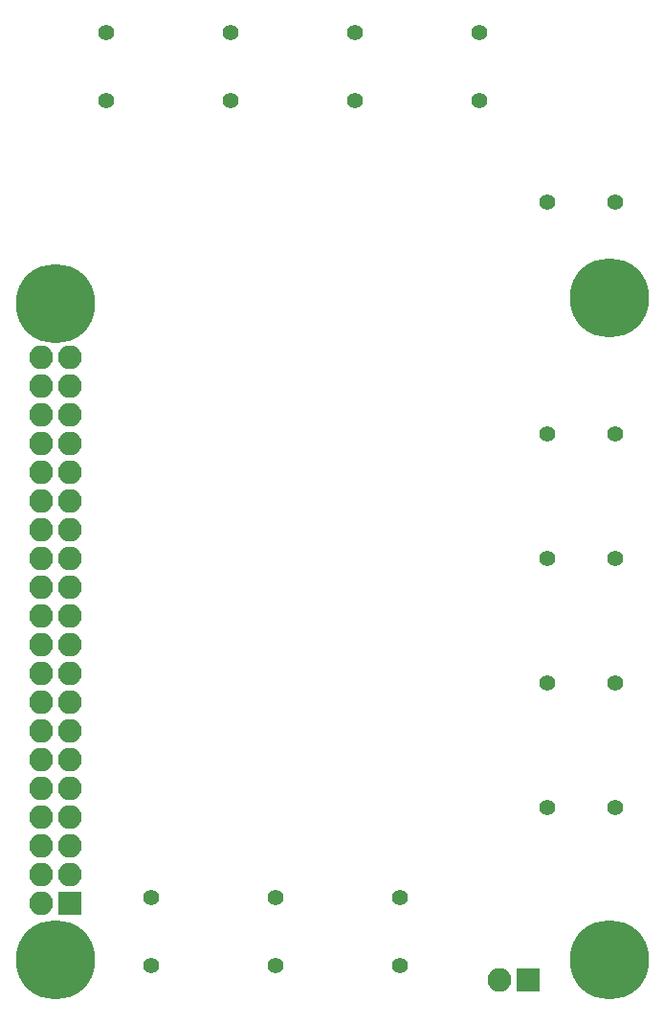
<source format=gbr>
G04 #@! TF.FileFunction,Soldermask,Bot*
%FSLAX46Y46*%
G04 Gerber Fmt 4.6, Leading zero omitted, Abs format (unit mm)*
G04 Created by KiCad (PCBNEW 4.0.7) date 09/09/18 14:05:58*
%MOMM*%
%LPD*%
G01*
G04 APERTURE LIST*
%ADD10C,0.100000*%
%ADD11C,7.000000*%
%ADD12C,1.400000*%
%ADD13R,2.100000X2.100000*%
%ADD14O,2.100000X2.100000*%
G04 APERTURE END LIST*
D10*
D11*
X81000000Y-64000000D03*
X81000000Y-122500000D03*
X32000000Y-122500000D03*
D12*
X40500000Y-123000000D03*
X40500000Y-117000000D03*
X51500000Y-123000000D03*
X51500000Y-117000000D03*
X62500000Y-123000000D03*
X62500000Y-117000000D03*
X81500000Y-109000000D03*
X75500000Y-109000000D03*
X81500000Y-98000000D03*
X75500000Y-98000000D03*
X81500000Y-87000000D03*
X75500000Y-87000000D03*
D11*
X32000000Y-64500000D03*
D12*
X81500000Y-55500000D03*
X75500000Y-55500000D03*
X69500000Y-40500000D03*
X69500000Y-46500000D03*
X58500000Y-40500000D03*
X58500000Y-46500000D03*
X47500000Y-40500000D03*
X47500000Y-46500000D03*
X36500000Y-40500000D03*
X36500000Y-46500000D03*
X81500000Y-76000000D03*
X75500000Y-76000000D03*
D13*
X73800000Y-124300000D03*
D14*
X71260000Y-124300000D03*
D13*
X33250000Y-117500000D03*
D14*
X30710000Y-117500000D03*
X33250000Y-114960000D03*
X30710000Y-114960000D03*
X33250000Y-112420000D03*
X30710000Y-112420000D03*
X33250000Y-109880000D03*
X30710000Y-109880000D03*
X33250000Y-107340000D03*
X30710000Y-107340000D03*
X33250000Y-104800000D03*
X30710000Y-104800000D03*
X33250000Y-102260000D03*
X30710000Y-102260000D03*
X33250000Y-99720000D03*
X30710000Y-99720000D03*
X33250000Y-97180000D03*
X30710000Y-97180000D03*
X33250000Y-94640000D03*
X30710000Y-94640000D03*
X33250000Y-92100000D03*
X30710000Y-92100000D03*
X33250000Y-89560000D03*
X30710000Y-89560000D03*
X33250000Y-87020000D03*
X30710000Y-87020000D03*
X33250000Y-84480000D03*
X30710000Y-84480000D03*
X33250000Y-81940000D03*
X30710000Y-81940000D03*
X33250000Y-79400000D03*
X30710000Y-79400000D03*
X33250000Y-76860000D03*
X30710000Y-76860000D03*
X33250000Y-74320000D03*
X30710000Y-74320000D03*
X33250000Y-71780000D03*
X30710000Y-71780000D03*
X33250000Y-69240000D03*
X30710000Y-69240000D03*
M02*

</source>
